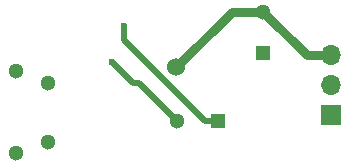
<source format=gbl>
G04 #@! TF.FileFunction,Copper,L2,Bot,Signal*
%FSLAX46Y46*%
G04 Gerber Fmt 4.6, Leading zero omitted, Abs format (unit mm)*
G04 Created by KiCad (PCBNEW (2015-12-22 BZR 6403)-product) date Mon 09 Jan 2017 12:27:38 AM EST*
%MOMM*%
G01*
G04 APERTURE LIST*
%ADD10C,0.100000*%
%ADD11C,1.300000*%
%ADD12R,1.300000X1.300000*%
%ADD13R,1.700000X1.700000*%
%ADD14O,1.700000X1.700000*%
%ADD15C,0.600000*%
%ADD16C,1.524000*%
%ADD17C,0.500000*%
%ADD18C,0.781000*%
G04 APERTURE END LIST*
D10*
D11*
X140500000Y-110000000D03*
D12*
X144000000Y-110000000D03*
D11*
X129562540Y-106749100D03*
X129562540Y-111749100D03*
X126862540Y-105749100D03*
X126862540Y-112749100D03*
X147750000Y-100750000D03*
D12*
X147750000Y-104250000D03*
D13*
X153500000Y-109540000D03*
D14*
X153500000Y-107000000D03*
X153500000Y-104460000D03*
D15*
X135000000Y-105000000D03*
X136000000Y-102000000D03*
D16*
X140442901Y-105442901D03*
D17*
X137250000Y-106750000D02*
X136750000Y-106750000D01*
X136750000Y-106750000D02*
X135000000Y-105000000D01*
X137250000Y-106750000D02*
X140500000Y-110000000D01*
X136000000Y-103150000D02*
X136000000Y-102424264D01*
X144000000Y-110000000D02*
X142850000Y-110000000D01*
X142850000Y-110000000D02*
X136000000Y-103150000D01*
X136000000Y-102424264D02*
X136000000Y-102000000D01*
D18*
X147750000Y-100750000D02*
X145135802Y-100750000D01*
X145135802Y-100750000D02*
X140442901Y-105442901D01*
X151460000Y-104460000D02*
X153500000Y-104460000D01*
X151460000Y-104460000D02*
X147750000Y-100750000D01*
M02*

</source>
